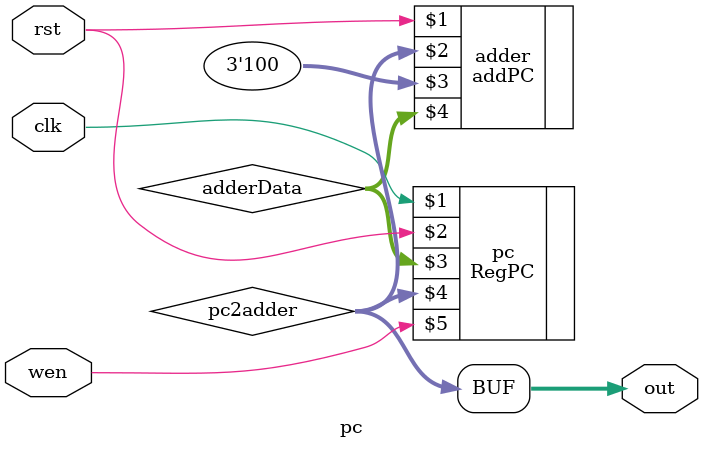
<source format=v>
module pc(
	input clk,
	input rst,
	input wen,
	output  [63:0] out
);

wire [63:0] pc2adder;
wire [63:0] adderData;

addPC adder (
	rst,
	pc2adder,
	3'd4,
	adderData
);

RegPC pc(
	clk,
	rst,
	adderData,
	pc2adder[63:0],
	wen
);

assign out[63:0] = pc2adder[63:0];



endmodule

</source>
